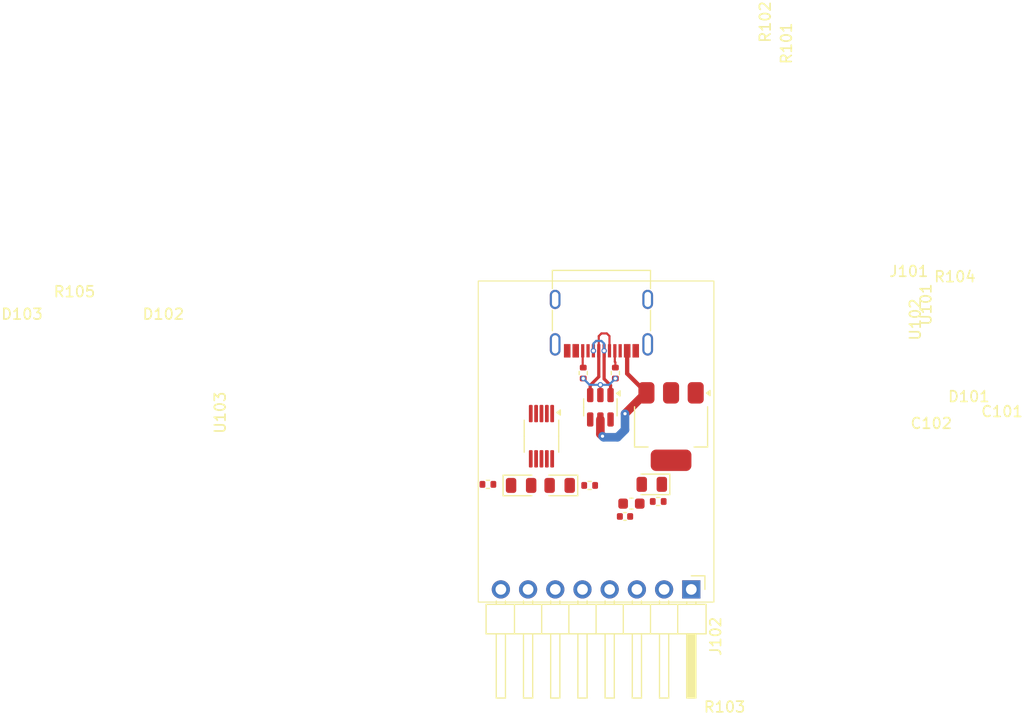
<source format=kicad_pcb>
(kicad_pcb (version 20241229) (generator "pcbnew") (generator_version "9.0")
  (layers (0 "F.Cu" signal) (2 "B.Cu" signal) (13 "F.Paste" user) (15 "B.Paste" user) (5 "F.SilkS" user "F.Silkscreen") (7 "B.SilkS" user "B.Silkscreen") (1 "F.Mask" user) (3 "B.Mask" user) (25 "Edge.Cuts" user))
  (net 0 "")
  (net 1 "GND")
  (net 2 "VDD")
  (net 3 "Net-(D101-K)")
  (net 4 "Net-(D102-K)")
  (net 5 "/RXD")
  (net 6 "/TXD")
  (net 7 "Net-(D103-K)")
  (net 8 "/5V")
  (net 9 "Net-(J101-D+-PadA6)")
  (net 10 "Net-(J101-D--PadA7)")
  (net 11 "Net-(J101-CC1)")
  (net 12 "Net-(J101-CC2)")
  (net 13 "/CTS")
  (net 14 "/DTR")
  (net 15 "/RTS")
  (net 16 "Net-(U103-UD-)")
  (net 17 "Net-(U103-UD+)")
  (footprint "Resistor_SMD:R_0402_1005Metric" (layer "F.Cu") (at 116.9 87 180)
    (property "Reference" "R105" (at 38.6 18 0) (layer "F.SilkS"))
    (property "Value" "1k")
    (fp_line (start -0.153641 0.38) (end 0.153641 0.38) (stroke (width 0.12)) (layer "F.SilkS"))
    (fp_line (start -0.153641 -0.38) (end 0.153641 -0.38) (stroke (width 0.12)) (layer "F.SilkS"))
    (pad "1" smd roundrect (at -0.51 0 180) (size 0.54 0.64) (layers "F.Cu" "F.Mask" "F.Paste") (net 7 "Net-(D103-K)"))
    (pad "2" smd roundrect (at 0.51 0 180) (size 0.54 0.64) (layers "F.Cu" "F.Mask" "F.Paste") (net 1 "GND"))
  )
  (footprint "Resistor_SMD:R_0402_1005Metric" (layer "F.Cu") (at 126.4 87.1)
    (property "Reference" "R104" (at 34.1 -19.5 0) (layer "F.SilkS"))
    (property "Value" "1k")
    (fp_line (start -0.153641 -0.38) (end 0.153641 -0.38) (stroke (width 0.12)) (layer "F.SilkS"))
    (fp_line (start -0.153641 0.38) (end 0.153641 0.38) (stroke (width 0.12)) (layer "F.SilkS"))
    (pad "1" smd roundrect (at -0.51 0) (size 0.54 0.64) (layers "F.Cu" "F.Mask" "F.Paste") (net 4 "Net-(D102-K)"))
    (pad "2" smd roundrect (at 0.51 0) (size 0.54 0.64) (layers "F.Cu" "F.Mask" "F.Paste") (net 1 "GND"))
  )
  (footprint "Connector_USB:USB_C_Receptacle_G-Switch_GT-USB-7010ASV" (layer "F.Cu") (at 127.5 70.795 180)
    (property "Reference" "J101" (at -28.7 3.695 0) (layer "F.SilkS"))
    (property "Value" "USB_C_Receptacle_USB2.0_14P")
    (fp_line (start 4.58 3.785) (end -4.58 3.785) (stroke (width 0.12)) (layer "F.SilkS"))
    (fp_line (start 4.58 2.08) (end 4.58 3.785) (stroke (width 0.12)) (layer "F.SilkS"))
    (fp_line (start 4.58 0.07) (end 4.58 -1.85) (stroke (width 0.12)) (layer "F.SilkS"))
    (fp_line (start -4.58 3.785) (end -4.58 2.08) (stroke (width 0.12)) (layer "F.SilkS"))
    (fp_line (start -4.58 -1.85) (end -4.58 0.07) (stroke (width 0.12)) (layer "F.SilkS"))
    (pad "" np_thru_hole circle (at -2.89 -2.605 180) (size 0.65 0.65) (drill 0.65) (layers "*.Cu" "*.Mask"))
    (pad "" np_thru_hole circle (at 2.89 -2.605 180) (size 0.65 0.65) (drill 0.65) (layers "*.Cu" "*.Mask"))
    (pad "A1" smd rect (at -3.2 -3.725 180) (size 0.6 1.24) (layers "F.Cu" "F.Mask" "F.Paste") (net 1 "GND"))
    (pad "A4" smd rect (at -2.4 -3.725 180) (size 0.6 1.24) (layers "F.Cu" "F.Mask" "F.Paste") (net 8 "/5V"))
    (pad "A5" smd rect (at -1.25 -3.725 180) (size 0.3 1.24) (layers "F.Cu" "F.Mask" "F.Paste") (net 11 "Net-(J101-CC1)"))
    (pad "A6" smd rect (at -0.25 -3.725 180) (size 0.3 1.24) (layers "F.Cu" "F.Mask" "F.Paste") (net 9 "Net-(J101-D+-PadA6)"))
    (pad "A7" smd rect (at 0.25 -3.725 180) (size 0.3 1.24) (layers "F.Cu" "F.Mask" "F.Paste") (net 10 "Net-(J101-D--PadA7)"))
    (pad "A8" smd rect (at 1.25 -3.725 180) (size 0.3 1.24) (layers "F.Cu" "F.Mask" "F.Paste"))
    (pad "A9" smd rect (at 2.4 -3.725 180) (size 0.6 1.24) (layers "F.Cu" "F.Mask" "F.Paste") (net 8 "/5V"))
    (pad "A12" smd rect (at 3.2 -3.725 180) (size 0.6 1.24) (layers "F.Cu" "F.Mask" "F.Paste") (net 1 "GND"))
    (pad "B1" smd rect (at 3.2 -3.725 180) (size 0.6 1.24) (layers "F.Cu" "F.Mask" "F.Paste") (net 1 "GND"))
    (pad "B4" smd rect (at 2.4 -3.725 180) (size 0.6 1.24) (layers "F.Cu" "F.Mask" "F.Paste") (net 8 "/5V"))
    (pad "B5" smd rect (at 1.75 -3.725 180) (size 0.3 1.24) (layers "F.Cu" "F.Mask" "F.Paste") (net 12 "Net-(J101-CC2)"))
    (pad "B6" smd rect (at 0.75 -3.725 180) (size 0.3 1.24) (layers "F.Cu" "F.Mask" "F.Paste") (net 9 "Net-(J101-D+-PadA6)"))
    (pad "B7" smd rect (at -0.75 -3.725 180) (size 0.3 1.24) (layers "F.Cu" "F.Mask" "F.Paste") (net 10 "Net-(J101-D--PadA7)"))
    (pad "B8" smd rect (at -1.75 -3.725 180) (size 0.3 1.24) (layers "F.Cu" "F.Mask" "F.Paste"))
    (pad "B9" smd rect (at -2.4 -3.725 180) (size 0.6 1.24) (layers "F.Cu" "F.Mask" "F.Paste") (net 8 "/5V"))
    (pad "B12" smd rect (at -3.2 -3.725 180) (size 0.6 1.24) (layers "F.Cu" "F.Mask" "F.Paste") (net 1 "GND"))
    (pad "S1" thru_hole oval (at -4.32 -3.125 180) (size 1 2.1) (drill oval 0.6 1.7) (property pad_prop_heatsink) (layers "*.Cu" "*.Mask") (net 1 "GND"))
    (pad "S1" thru_hole oval (at -4.32 1.075 180) (size 1 1.8) (drill oval 0.6 1.4) (property pad_prop_heatsink) (layers "*.Cu" "*.Mask") (net 1 "GND"))
    (pad "S1" thru_hole oval (at 4.32 -3.125 180) (size 1 2.1) (drill oval 0.6 1.7) (property pad_prop_heatsink) (layers "*.Cu" "*.Mask") (net 1 "GND"))
    (pad "S1" thru_hole oval (at 4.32 1.075 180) (size 1 1.8) (drill oval 0.6 1.4) (property pad_prop_heatsink) (layers "*.Cu" "*.Mask") (net 1 "GND"))
  )
  (footprint "Capacitor_SMD:C_0603_1608Metric" (layer "F.Cu") (at 130.3 88.8)
    (property "Reference" "C101" (at 34.6 -8.6 0) (layer "F.SilkS"))
    (property "Value" "10u")
    (fp_line (start -0.14058 -0.51) (end 0.14058 -0.51) (stroke (width 0.12)) (layer "F.SilkS"))
    (fp_line (start -0.14058 0.51) (end 0.14058 0.51) (stroke (width 0.12)) (layer "F.SilkS"))
    (pad "1" smd roundrect (at -0.775 0) (size 0.9 0.95) (layers "F.Cu" "F.Mask" "F.Paste") (net 2 "VDD"))
    (pad "2" smd roundrect (at 0.775 0) (size 0.9 0.95) (layers "F.Cu" "F.Mask" "F.Paste") (net 1 "GND"))
  )
  (footprint "LED_SMD:LED_0805_2012Metric" (layer "F.Cu") (at 132.2 87 180)
    (property "Reference" "D101" (at -29.6 8.2 0) (layer "F.SilkS"))
    (property "Value" "PWR")
    (fp_line (start 1 -0.96) (end -1.685 -0.96) (stroke (width 0.12)) (layer "F.SilkS"))
    (fp_line (start -1.685 0.96) (end 1 0.96) (stroke (width 0.12)) (layer "F.SilkS"))
    (fp_line (start -1.685 -0.96) (end -1.685 0.96) (stroke (width 0.12)) (layer "F.SilkS"))
    (pad "1" smd roundrect (at -0.9375 0 180) (size 0.975 1.4) (layers "F.Cu" "F.Mask" "F.Paste") (net 3 "Net-(D101-K)"))
    (pad "2" smd roundrect (at 0.9375 0 180) (size 0.975 1.4) (layers "F.Cu" "F.Mask" "F.Paste") (net 2 "VDD"))
  )
  (footprint "Package_TO_SOT_SMD:SOT-223-3_TabPin2" (layer "F.Cu") (at 134 81.6 -90)
    (property "Reference" "U102" (at -10 -22.8 90) (layer "F.SilkS"))
    (property "Value" "AMS1117-3.3")
    (fp_line (start -1.85 3.41) (end 1.91 3.41) (stroke (width 0.12)) (layer "F.SilkS"))
    (fp_line (start 1.91 3.41) (end 1.91 2.15) (stroke (width 0.12)) (layer "F.SilkS"))
    (fp_line (start -1.85 -3.41) (end 1.91 -3.41) (stroke (width 0.12)) (layer "F.SilkS"))
    (fp_line (start 1.91 -3.41) (end 1.91 -2.15) (stroke (width 0.12)) (layer "F.SilkS"))
    (fp_poly (pts (xy -3.13 -3.31) (xy -3.37 -3.64) (xy -2.89 -3.64) (xy -3.13 -3.31)) (stroke (width 0.12)) (fill yes) (layer "F.SilkS"))
    (pad "1" smd roundrect (at -3.15 -2.3 270) (size 2 1.5) (layers "F.Cu" "F.Mask" "F.Paste") (net 1 "GND"))
    (pad "2" smd roundrect (at -3.15 0 270) (size 2 1.5) (layers "F.Cu" "F.Mask" "F.Paste") (net 2 "VDD"))
    (pad "2" smd roundrect (at 3.15 0 270) (size 2 3.8) (layers "F.Cu" "F.Mask" "F.Paste") (net 2 "VDD"))
    (pad "3" smd roundrect (at -3.15 2.3 270) (size 2 1.5) (layers "F.Cu" "F.Mask" "F.Paste") (net 8 "/5V"))
  )
  (footprint "Resistor_SMD:R_0402_1005Metric" (layer "F.Cu") (at 132.8 88.6 180)
    (property "Reference" "R103" (at -6.2 -19.2 0) (layer "F.SilkS"))
    (property "Value" "1k")
    (fp_line (start -0.153641 0.38) (end 0.153641 0.38) (stroke (width 0.12)) (layer "F.SilkS"))
    (fp_line (start -0.153641 -0.38) (end 0.153641 -0.38) (stroke (width 0.12)) (layer "F.SilkS"))
    (pad "1" smd roundrect (at -0.51 0 180) (size 0.54 0.64) (layers "F.Cu" "F.Mask" "F.Paste") (net 3 "Net-(D101-K)"))
    (pad "2" smd roundrect (at 0.51 0 180) (size 0.54 0.64) (layers "F.Cu" "F.Mask" "F.Paste") (net 1 "GND"))
  )
  (footprint "Resistor_SMD:R_0402_1005Metric" (layer "F.Cu") (at 128.8 76.6 -90)
    (property "Reference" "R101" (at -30.8 -15.97 90) (layer "F.SilkS"))
    (property "Value" "5.1k")
    (fp_line (start -0.153641 0.38) (end 0.153641 0.38) (stroke (width 0.12)) (layer "F.SilkS"))
    (fp_line (start -0.153641 -0.38) (end 0.153641 -0.38) (stroke (width 0.12)) (layer "F.SilkS"))
    (pad "1" smd roundrect (at -0.51 0 270) (size 0.54 0.64) (layers "F.Cu" "F.Mask" "F.Paste") (net 11 "Net-(J101-CC1)"))
    (pad "2" smd roundrect (at 0.51 0 270) (size 0.54 0.64) (layers "F.Cu" "F.Mask" "F.Paste") (net 1 "GND"))
  )
  (footprint "Capacitor_SMD:C_0402_1005Metric" (layer "F.Cu") (at 129.7 90)
    (property "Reference" "C102" (at 28.6 -8.7 0) (layer "F.SilkS"))
    (property "Value" "100n")
    (fp_line (start -0.107836 -0.36) (end 0.107836 -0.36) (stroke (width 0.12)) (layer "F.SilkS"))
    (fp_line (start -0.107836 0.36) (end 0.107836 0.36) (stroke (width 0.12)) (layer "F.SilkS"))
    (pad "1" smd roundrect (at -0.48 0) (size 0.56 0.62) (layers "F.Cu" "F.Mask" "F.Paste") (net 2 "VDD"))
    (pad "2" smd roundrect (at 0.48 0) (size 0.56 0.62) (layers "F.Cu" "F.Mask" "F.Paste") (net 1 "GND"))
  )
  (footprint "LED_SMD:LED_0805_2012Metric" (layer "F.Cu") (at 123.6 87.1 180)
    (property "Reference" "D102" (at 37 16 0) (layer "F.SilkS"))
    (property "Value" "RXD")
    (fp_line (start 1 -0.96) (end -1.685 -0.96) (stroke (width 0.12)) (layer "F.SilkS"))
    (fp_line (start -1.685 0.96) (end 1 0.96) (stroke (width 0.12)) (layer "F.SilkS"))
    (fp_line (start -1.685 -0.96) (end -1.685 0.96) (stroke (width 0.12)) (layer "F.SilkS"))
    (pad "1" smd roundrect (at -0.9375 0 180) (size 0.975 1.4) (layers "F.Cu" "F.Mask" "F.Paste") (net 4 "Net-(D102-K)"))
    (pad "2" smd roundrect (at 0.9375 0 180) (size 0.975 1.4) (layers "F.Cu" "F.Mask" "F.Paste") (net 5 "/RXD"))
  )
  (footprint "Connector_PinHeader_2.54mm:PinHeader_1x08_P2.54mm_Horizontal" (layer "F.Cu") (at 135.89 96.815 -90)
    (property "Reference" "J102" (at 4.385 -2.27 90) (layer "F.SilkS"))
    (property "Value" "Conn_01x08")
    (fp_line (start 1.39 19.16) (end 4.15 19.16) (stroke (width 0.12)) (layer "F.SilkS"))
    (fp_line (start 4.15 19.16) (end 4.15 -1.38) (stroke (width 0.12)) (layer "F.SilkS"))
    (fp_line (start 1.077358 18.21) (end 1.39 18.21) (stroke (width 0.12)) (layer "F.SilkS"))
    (fp_line (start 10.15 18.21) (end 4.15 18.21) (stroke (width 0.12)) (layer "F.SilkS"))
    (fp_line (start 1.077358 17.35) (end 1.39 17.35) (stroke (width 0.12)) (layer "F.SilkS"))
    (fp_line (start 4.15 17.35) (end 10.15 17.35) (stroke (width 0.12)) (layer "F.SilkS"))
    (fp_line (start 10.15 17.35) (end 10.15 18.21) (stroke (width 0.12)) (layer "F.SilkS"))
    (fp_line (start 1.39 16.51) (end 4.15 16.51) (stroke (width 0.12)) (layer "F.SilkS"))
    (fp_line (start 1.077358 15.67) (end 1.39 15.67) (stroke (width 0.12)) (layer "F.SilkS"))
    (fp_line (start 10.15 15.67) (end 4.15 15.67) (stroke (width 0.12)) (layer "F.SilkS"))
    (fp_line (start 1.077358 14.81) (end 1.39 14.81) (stroke (width 0.12)) (layer "F.SilkS"))
    (fp_line (start 4.15 14.81) (end 10.15 14.81) (stroke (width 0.12)) (layer "F.SilkS"))
    (fp_line (start 10.15 14.81) (end 10.15 15.67) (stroke (width 0.12)) (layer "F.SilkS"))
    (fp_line (start 1.39 13.97) (end 4.15 13.97) (stroke (width 0.12)) (layer "F.SilkS"))
    (fp_line (start 1.077358 13.13) (end 1.39 13.13) (stroke (width 0.12)) (layer "F.SilkS"))
    (fp_line (start 10.15 13.13) (end 4.15 13.13) (stroke (width 0.12)) (layer "F.SilkS"))
    (fp_line (start 1.077358 12.27) (end 1.39 12.27) (stroke (width 0.12)) (layer "F.SilkS"))
    (fp_line (start 4.15 12.27) (end 10.15 12.27) (stroke (width 0.12)) (layer "F.SilkS"))
    (fp_line (start 10.15 12.27) (end 10.15 13.13) (stroke (width 0.12)) (layer "F.SilkS"))
    (fp_line (start 1.39 11.43) (end 4.15 11.43) (stroke (width 0.12)) (layer "F.SilkS"))
    (fp_line (start 1.077358 10.59) (end 1.39 10.59) (stroke (width 0.12)) (layer "F.SilkS"))
    (fp_line (start 10.15 10.59) (end 4.15 10.59) (stroke (width 0.12)) (layer "F.SilkS"))
    (fp_line (start 1.077358 9.73) (end 1.39 9.73) (stroke (width 0.12)) (layer "F.SilkS"))
    (fp_line (start 4.15 9.73) (end 10.15 9.73) (stroke (width 0.12)) (layer "F.SilkS"))
    (fp_line (start 10.15 9.73) (end 10.15 10.59) (stroke (width 0.12)) (layer "F.SilkS"))
    (fp_line (start 1.39 8.89) (end 4.15 8.89) (stroke (width 0.12)) (layer "F.SilkS"))
    (fp_line (start 1.077358 8.05) (end 1.39 8.05) (stroke (width 0.12)) (layer "F.SilkS"))
    (fp_line (start 10.15 8.05) (end 4.15 8.05) (stroke (width 0.12)) (layer "F.SilkS"))
    (fp_line (start 1.077358 7.19) (end 1.39 7.19) (stroke (width 0.12)) (layer "F.SilkS"))
    (fp_line (start 4.15 7.19) (end 10.15 7.19) (stroke (width 0.12)) (layer "F.SilkS"))
    (fp_line (start 10.15 7.19) (end 10.15 8.05) (stroke (width 0.12)) (layer "F.SilkS"))
    (fp_line (start 1.39 6.35) (end 4.15 6.35) (stroke (width 0.12)) (layer "F.SilkS"))
    (fp_line (start 1.077358 5.51) (end 1.39 5.51) (stroke (width 0.12)) (layer "F.SilkS"))
    (fp_line (start 10.15 5.51) (end 4.15 5.51) (stroke (width 0.12)) (layer "F.SilkS"))
    (fp_line (start 1.077358 4.65) (end 1.39 4.65) (stroke (width 0.12)) (layer "F.SilkS"))
    (fp_line (start 4.15 4.65) (end 10.15 4.65) (stroke (width 0.12)) (layer "F.SilkS"))
    (fp_line (start 10.15 4.65) (end 10.15 5.51) (stroke (width 0.12)) (layer "F.SilkS"))
    (fp_line (start 1.39 3.81) (end 4.15 3.81) (stroke (width 0.12)) (layer "F.SilkS"))
    (fp_line (start 1.077358 2.97) (end 1.39 2.97) (stroke (width 0.12)) (layer "F.SilkS"))
    (fp_line (start 10.15 2.97) (end 4.15 2.97) (stroke (width 0.12)) (layer "F.SilkS"))
    (fp_line (start 1.077358 2.11) (end 1.39 2.11) (stroke (width 0.12)) (layer "F.SilkS"))
    (fp_line (start 4.15 2.11) (end 10.15 2.11) (stroke (width 0.12)) (layer "F.SilkS"))
    (fp_line (start 10.15 2.11) (end 10.15 2.97) (stroke (width 0.12)) (layer "F.SilkS"))
    (fp_line (start 1.39 1.27) (end 4.15 1.27) (stroke (width 0.12)) (layer "F.SilkS"))
    (fp_line (start 1.16 0.43) (end 1.39 0.43) (stroke (width 0.12)) (layer "F.SilkS"))
    (fp_line (start -1.27 0) (end -1.27 -1.27) (stroke (width 0.12)) (layer "F.SilkS"))
    (fp_line (start 1.16 -0.43) (end 1.39 -0.43) (stroke (width 0.12)) (layer "F.SilkS"))
    (fp_line (start -1.27 -1.27) (end 0 -1.27) (stroke (width 0.12)) (layer "F.SilkS"))
    (fp_line (start 1.39 -1.38) (end 1.39 19.16) (stroke (width 0.12)) (layer "F.SilkS"))
    (fp_line (start 4.15 -1.38) (end 1.39 -1.38) (stroke (width 0.12)) (layer "F.SilkS"))
    (fp_rect (start 4.15 -0.43) (end 10.15 0.43) (stroke (width 0.12)) (fill yes) (layer "F.SilkS"))
    (pad "1" thru_hole rect (at 0 0 270) (size 1.7 1.7) (drill 1) (layers "*.Cu" "*.Mask") (net 2 "VDD"))
    (pad "2" thru_hole circle (at 0 2.54 270) (size 1.7 1.7) (drill 1) (layers "*.Cu" "*.Mask") (net 5 "/RXD"))
    (pad "3" thru_hole circle (at 0 5.08 270) (size 1.7 1.7) (drill 1) (layers "*.Cu" "*.Mask") (net 6 "/TXD"))
    (pad "4" thru_hole circle (at 0 7.62 270) (size 1.7 1.7) (drill 1) (layers "*.Cu" "*.Mask") (net 13 "/CTS"))
    (pad "5" thru_hole circle (at 0 10.16 270) (size 1.7 1.7) (drill 1) (layers "*.Cu" "*.Mask") (net 14 "/DTR"))
    (pad "6" thru_hole circle (at 0 12.7 270) (size 1.7 1.7) (drill 1) (layers "*.Cu" "*.Mask") (net 15 "/RTS"))
    (pad "7" thru_hole circle (at 0 15.24 270) (size 1.7 1.7) (drill 1) (layers "*.Cu" "*.Mask") (net 8 "/5V"))
    (pad "8" thru_hole circle (at 0 17.78 270) (size 1.7 1.7) (drill 1) (layers "*.Cu" "*.Mask") (net 1 "GND"))
  )
  (footprint "Package_SO:MSOP-10_3x3mm_P0.5mm" (layer "F.Cu") (at 121.9 82.5 -90)
    (property "Reference" "U103" (at -2.2 30 90) (layer "F.SilkS"))
    (property "Value" "CH340E")
    (fp_line (start 0 1.61) (end -1.5 1.61) (stroke (width 0.12)) (layer "F.SilkS"))
    (fp_line (start 0 1.61) (end 1.5 1.61) (stroke (width 0.12)) (layer "F.SilkS"))
    (fp_line (start 0 -1.61) (end -1.5 -1.61) (stroke (width 0.12)) (layer "F.SilkS"))
    (fp_line (start 0 -1.61) (end 1.5 -1.61) (stroke (width 0.12)) (layer "F.SilkS"))
    (fp_poly (pts (xy -2.2125 -1.435) (xy -2.4525 -1.765) (xy -1.9725 -1.765)) (stroke (width 0.12)) (fill yes) (layer "F.SilkS"))
    (pad "1" smd roundrect (at -2.1125 -1 270) (size 1.625 0.35) (layers "F.Cu" "F.Mask" "F.Paste") (net 17 "Net-(U103-UD+)"))
    (pad "2" smd roundrect (at -2.1125 -0.5 270) (size 1.625 0.35) (layers "F.Cu" "F.Mask" "F.Paste") (net 16 "Net-(U103-UD-)"))
    (pad "3" smd roundrect (at -2.1125 0 270) (size 1.625 0.35) (layers "F.Cu" "F.Mask" "F.Paste") (net 1 "GND"))
    (pad "4" smd roundrect (at -2.1125 0.5 270) (size 1.625 0.35) (layers "F.Cu" "F.Mask" "F.Paste") (net 15 "/RTS"))
    (pad "5" smd roundrect (at -2.1125 1 270) (size 1.625 0.35) (layers "F.Cu" "F.Mask" "F.Paste") (net 13 "/CTS"))
    (pad "6" smd roundrect (at 2.1125 1 270) (size 1.625 0.35) (layers "F.Cu" "F.Mask" "F.Paste") (net 14 "/DTR"))
    (pad "7" smd roundrect (at 2.1125 0.5 270) (size 1.625 0.35) (layers "F.Cu" "F.Mask" "F.Paste") (net 2 "VDD"))
    (pad "8" smd roundrect (at 2.1125 0 270) (size 1.625 0.35) (layers "F.Cu" "F.Mask" "F.Paste") (net 6 "/TXD"))
    (pad "9" smd roundrect (at 2.1125 -0.5 270) (size 1.625 0.35) (layers "F.Cu" "F.Mask" "F.Paste") (net 5 "/RXD"))
    (pad "10" smd roundrect (at 2.1125 -1 270) (size 1.625 0.35) (layers "F.Cu" "F.Mask" "F.Paste") (net 2 "VDD"))
  )
  (footprint "Package_TO_SOT_SMD:SOT-23-6" (layer "F.Cu") (at 127.4 79.8 -90)
    (property "Reference" "U101" (at -9.6 -30.4 90) (layer "F.SilkS"))
    (property "Value" "USBLC6-2SC6")
    (fp_line (start 0 1.56) (end -0.8 1.56) (stroke (width 0.12)) (layer "F.SilkS"))
    (fp_line (start 0 1.56) (end 0.8 1.56) (stroke (width 0.12)) (layer "F.SilkS"))
    (fp_line (start 0 -1.56) (end -0.8 -1.56) (stroke (width 0.12)) (layer "F.SilkS"))
    (fp_line (start 0 -1.56) (end 0.8 -1.56) (stroke (width 0.12)) (layer "F.SilkS"))
    (fp_poly (pts (xy -1.3 -1.51) (xy -1.54 -1.84) (xy -1.06 -1.84)) (stroke (width 0.12)) (fill yes) (layer "F.SilkS"))
    (pad "1" smd roundrect (at -1.1375 -0.95 270) (size 1.325 0.6) (layers "F.Cu" "F.Mask" "F.Paste") (net 9 "Net-(J101-D+-PadA6)"))
    (pad "2" smd roundrect (at -1.1375 0 270) (size 1.325 0.6) (layers "F.Cu" "F.Mask" "F.Paste") (net 1 "GND"))
    (pad "3" smd roundrect (at -1.1375 0.95 270) (size 1.325 0.6) (layers "F.Cu" "F.Mask" "F.Paste") (net 10 "Net-(J101-D--PadA7)"))
    (pad "4" smd roundrect (at 1.1375 0.95 270) (size 1.325 0.6) (layers "F.Cu" "F.Mask" "F.Paste") (net 16 "Net-(U103-UD-)"))
    (pad "5" smd roundrect (at 1.1375 0 270) (size 1.325 0.6) (layers "F.Cu" "F.Mask" "F.Paste") (net 8 "/5V"))
    (pad "6" smd roundrect (at 1.1375 -0.95 270) (size 1.325 0.6) (layers "F.Cu" "F.Mask" "F.Paste") (net 17 "Net-(U103-UD+)"))
  )
  (footprint "Resistor_SMD:R_0402_1005Metric" (layer "F.Cu") (at 125.8 76.6 -90)
    (property "Reference" "R102" (at -32.8 -16.99 90) (layer "F.SilkS"))
    (property "Value" "5.1k")
    (fp_line (start -0.153641 0.38) (end 0.153641 0.38) (stroke (width 0.12)) (layer "F.SilkS"))
    (fp_line (start -0.153641 -0.38) (end 0.153641 -0.38) (stroke (width 0.12)) (layer "F.SilkS"))
    (pad "1" smd roundrect (at -0.51 0 270) (size 0.54 0.64) (layers "F.Cu" "F.Mask" "F.Paste") (net 12 "Net-(J101-CC2)"))
    (pad "2" smd roundrect (at 0.51 0 270) (size 0.54 0.64) (layers "F.Cu" "F.Mask" "F.Paste") (net 1 "GND"))
  )
  (footprint "LED_SMD:LED_0805_2012Metric" (layer "F.Cu") (at 120 87.1)
    (property "Reference" "D103" (at -46.6 -16 0) (layer "F.SilkS"))
    (property "Value" "TXD")
    (fp_line (start -1.685 -0.96) (end -1.685 0.96) (stroke (width 0.12)) (layer "F.SilkS"))
    (fp_line (start -1.685 0.96) (end 1 0.96) (stroke (width 0.12)) (layer "F.SilkS"))
    (fp_line (start 1 -0.96) (end -1.685 -0.96) (stroke (width 0.12)) (layer "F.SilkS"))
    (pad "1" smd roundrect (at -0.9375 0) (size 0.975 1.4) (layers "F.Cu" "F.Mask" "F.Paste") (net 7 "Net-(D103-K)"))
    (pad "2" smd roundrect (at 0.9375 0) (size 0.975 1.4) (layers "F.Cu" "F.Mask" "F.Paste") (net 6 "/TXD"))
  )
  (gr_rect (start 116 68) (end 138 98) (stroke (width 0.1)) (fill no) (layer "F.SilkS"))
  (segment (start 127.4 78.6625) (end 127.4 77.7) (width 0.2) (layer "F.Cu") (net 1))
  (via (at 128.8 77.11) (size 0.5) (drill 0.3) (layers "F.Cu" "B.Cu") (net 1))
  (via (at 125.8 77.11) (size 0.5) (drill 0.3) (layers "F.Cu" "B.Cu") (net 1))
  (via (at 127.4 77.7) (size 0.5) (drill 0.3) (layers "F.Cu" "B.Cu") (net 1))
  (segment (start 127.4 77.7) (end 128.21 77.7) (width 0.2) (layer "B.Cu") (net 1))
  (segment (start 126.39 77.7) (end 125.8 77.11) (width 0.2) (layer "B.Cu") (net 1))
  (segment (start 128.21 77.7) (end 128.8 77.11) (width 0.2) (layer "B.Cu") (net 1))
  (segment (start 127.4 77.7) (end 126.39 77.7) (width 0.2) (layer "B.Cu") (net 1))
  (segment (start 127.4 82.3) (end 127.6 82.5) (width 0.8) (layer "F.Cu") (net 8))
  (segment (start 131.65 78.45) (end 131.7 78.45) (width 0.8) (layer "F.Cu") (net 8))
  (segment (start 127.4 80.9375) (end 127.4 82.3) (width 0.8) (layer "F.Cu") (net 8))
  (segment (start 129.9 76.65) (end 131.7 78.45) (width 0.4) (layer "F.Cu") (net 8))
  (segment (start 129.9 74.52) (end 129.9 76.65) (width 0.4) (layer "F.Cu") (net 8))
  (segment (start 129.7 80.4) (end 131.65 78.45) (width 0.8) (layer "F.Cu") (net 8))
  (via (at 127.6 82.5) (size 0.5) (drill 0.3) (layers "F.Cu" "B.Cu") (net 8))
  (via (at 129.7 80.4) (size 0.5) (drill 0.3) (layers "F.Cu" "B.Cu") (net 8))
  (segment (start 129.7 80.4) (end 129.7 81.9) (width 0.8) (layer "B.Cu") (net 8))
  (segment (start 129.7 81.9) (end 129 82.6) (width 0.8) (layer "B.Cu") (net 8))
  (segment (start 127.7 82.6) (end 127.6 82.5) (width 0.8) (layer "B.Cu") (net 8))
  (segment (start 129 82.6) (end 127.7 82.6) (width 0.8) (layer "B.Cu") (net 8))
  (segment (start 127.75 77.15) (end 128.35 77.75) (width 0.3) (layer "F.Cu") (net 9))
  (segment (start 127.75 74.52) (end 127.75 77.15) (width 0.3) (layer "F.Cu") (net 9))
  (segment (start 128.35 77.75) (end 128.35 78.6625) (width 0.3) (layer "F.Cu") (net 9))
  (via (at 127.75 74.52) (size 0.5) (drill 0.3) (layers "F.Cu" "B.Cu") (net 9))
  (via (at 126.75 74.52) (size 0.5) (drill 0.3) (layers "F.Cu" "B.Cu") (net 9))
  (segment (start 127.5 73.6) (end 127.75 73.85) (width 0.2) (layer "B.Cu") (net 9))
  (segment (start 127.75 73.85) (end 127.75 74.52) (width 0.2) (layer "B.Cu") (net 9))
  (segment (start 127 73.6) (end 127.5 73.6) (width 0.2) (layer "B.Cu") (net 9))
  (segment (start 126.75 73.85) (end 127 73.6) (width 0.2) (layer "B.Cu") (net 9))
  (segment (start 126.75 74.52) (end 126.75 73.85) (width 0.2) (layer "B.Cu") (net 9))
  (segment (start 127.25 73.15) (end 127.5 72.9) (width 0.2) (layer "F.Cu") (net 10))
  (segment (start 127.25 76.95) (end 127.25 74.52) (width 0.3) (layer "F.Cu") (net 10))
  (segment (start 128 72.9) (end 128.25 73.15) (width 0.2) (layer "F.Cu") (net 10))
  (segment (start 127.25 74.52) (end 127.25 73.15) (width 0.2) (layer "F.Cu") (net 10))
  (segment (start 126.45 77.75) (end 127.25 76.95) (width 0.3) (layer "F.Cu") (net 10))
  (segment (start 128.25 73.15) (end 128.25 74.52) (width 0.2) (layer "F.Cu") (net 10))
  (segment (start 127.5 72.9) (end 128 72.9) (width 0.2) (layer "F.Cu") (net 10))
  (segment (start 126.45 78.6625) (end 126.45 77.75) (width 0.3) (layer "F.Cu") (net 10))
  (segment (start 128.75 75.55) (end 128.8 75.6) (width 0.2) (layer "F.Cu") (net 11))
  (segment (start 128.8 75.6) (end 128.8 76.09) (width 0.2) (layer "F.Cu") (net 11))
  (segment (start 128.75 74.52) (end 128.75 75.55) (width 0.2) (layer "F.Cu") (net 11))
  (segment (start 125.75 74.52) (end 125.75 76.04) (width 0.2) (layer "F.Cu") (net 12))
  (segment (start 125.75 76.04) (end 125.8 76.09) (width 0.2) (layer "F.Cu") (net 12))
)
</source>
